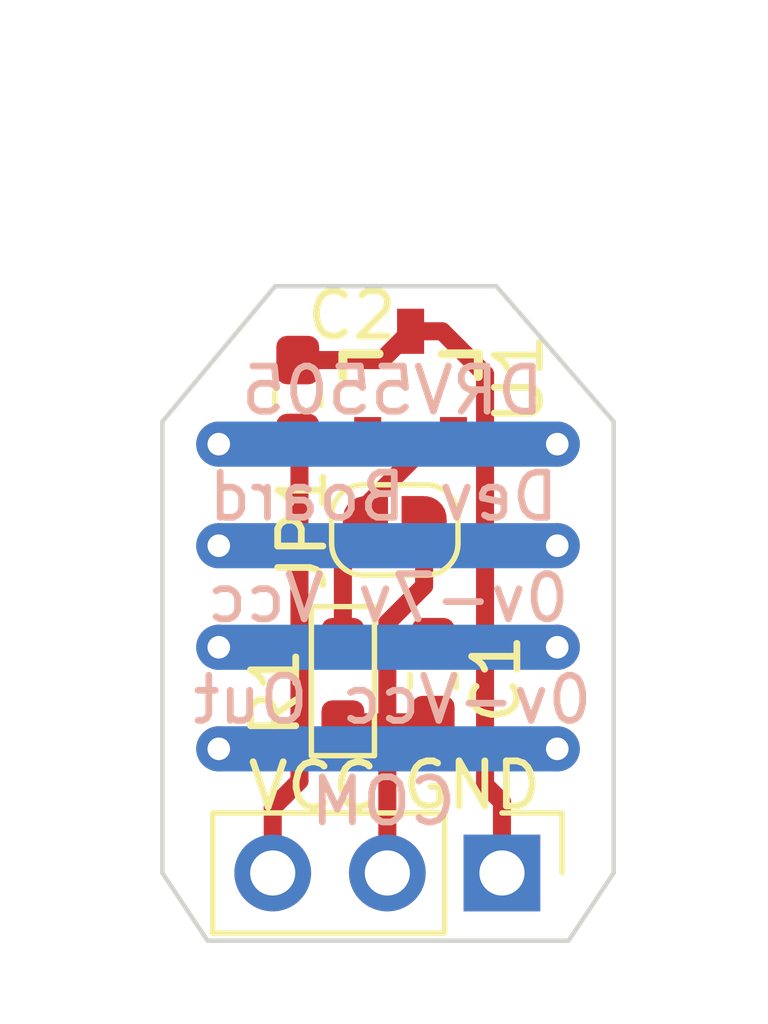
<source format=kicad_pcb>
(kicad_pcb (version 20240108) (generator "pcbnew") (generator_version "8.0")
  (layers (0 "F.Cu" signal) (31 "B.Cu" signal) (34 "B.Paste" user) (35 "F.Paste" user) (36 "B.SilkS" user "B.Silkscreen") (37 "F.SilkS" user "F.Silkscreen") (38 "B.Mask" user) (39 "F.Mask" user) (44 "Edge.Cuts" user))
  (net 0 "")
  (net 1 "GND")
  (net 2 "Sense")
  (net 3 "VCC")
  (net 4 "Net-(JP1-A)")
  (net 5 "Net-(TP1-Pad1)")
  (net 6 "Net-(TP3-Pad1)")
  (net 7 "Net-(TP5-Pad1)")
  (net 8 "Net-(TP7-Pad1)")
  (footprint "PCM_Resistor_SMD_AKL:R_0603_1608Metric_Pad0.98x0.95mm_HandSolder" (layer "F.Cu") (at 137.5 90.25 -90)
    (property "Reference" "R1" (at 0.25 1.5 90) (layer "F.SilkS"))
    (property "Value" "R_0603")
    (fp_line (start -1.651 0.6985) (end 1.651 0.6985) (stroke (width 0.12)) (layer "F.SilkS"))
    (fp_line (start 1.651 0.6985) (end 1.651 -0.6985) (stroke (width 0.12)) (layer "F.SilkS"))
    (fp_line (start -1.651 -0.6985) (end -1.651 0.6985) (stroke (width 0.12)) (layer "F.SilkS"))
    (fp_line (start 1.651 -0.6985) (end -1.651 -0.6985) (stroke (width 0.12)) (layer "F.SilkS"))
    (pad "1" smd roundrect (at -0.9125 0 270) (size 0.975 0.95) (layers "F.Cu" "F.Paste" "F.Mask") (net 4 "Net-(JP1-A)"))
    (pad "2" smd roundrect (at 0.9125 0 270) (size 0.975 0.95) (layers "F.Cu" "F.Paste" "F.Mask") (net 2 "Sense"))
  )
  (footprint "Connector_PinHeader_2.54mm:PinHeader_1x03_P2.54mm_Vertical" (layer "F.Cu") (at 141.025 94.5 -90)
    (property "Reference" "J1" (hide yes))
    (property "Value" "Conn_01x03_Pin")
    (fp_line (start -1.33 6.41) (end 1.33 6.41) (stroke (width 0.12)) (layer "F.SilkS"))
    (fp_line (start -1.33 1.27) (end -1.33 6.41) (stroke (width 0.12)) (layer "F.SilkS"))
    (fp_line (start -1.33 1.27) (end 1.33 1.27) (stroke (width 0.12)) (layer "F.SilkS"))
    (fp_line (start 1.33 1.27) (end 1.33 6.41) (stroke (width 0.12)) (layer "F.SilkS"))
    (fp_line (start -1.33 0) (end -1.33 -1.33) (stroke (width 0.12)) (layer "F.SilkS"))
    (fp_line (start -1.33 -1.33) (end 0 -1.33) (stroke (width 0.12)) (layer "F.SilkS"))
    (pad "1" thru_hole rect (at 0 0 270) (size 1.7 1.7) (drill 1) (layers "*.Cu" "*.Mask") (net 1 "GND"))
    (pad "2" thru_hole oval (at 0 2.54 270) (size 1.7 1.7) (drill 1) (layers "*.Cu" "*.Mask") (net 2 "Sense"))
    (pad "3" thru_hole oval (at 0 5.08 270) (size 1.7 1.7) (drill 1) (layers "*.Cu" "*.Mask") (net 3 "VCC"))
  )
  (footprint "Capacitor_SMD:C_0603_1608Metric_Pad1.08x0.95mm_HandSolder" (layer "F.Cu") (at 136.5 84 90)
    (property "Reference" "C2" (at 1.85 1.2 180) (layer "F.SilkS"))
    (property "Value" "C_0603_0.01uF")
    (fp_line (start -0.146267 -0.51) (end 0.146267 -0.51) (stroke (width 0.12)) (layer "F.SilkS"))
    (fp_line (start -0.146267 0.51) (end 0.146267 0.51) (stroke (width 0.12)) (layer "F.SilkS"))
    (pad "1" smd roundrect (at -0.8625 0 90) (size 1.075 0.95) (layers "F.Cu" "F.Paste" "F.Mask") (net 3 "VCC"))
    (pad "2" smd roundrect (at 0.8625 0 90) (size 1.075 0.95) (layers "F.Cu" "F.Paste" "F.Mask") (net 1 "GND"))
  )
  (footprint "Capacitor_SMD:C_0603_1608Metric_Pad1.08x0.95mm_HandSolder" (layer "F.Cu") (at 139.5 90.25 -90)
    (property "Reference" "C1" (at -0.05 -1.4 90) (layer "F.SilkS"))
    (property "Value" "C_0603")
    (fp_line (start -0.146267 0.51) (end 0.146267 0.51) (stroke (width 0.12)) (layer "F.SilkS"))
    (fp_line (start -0.146267 -0.51) (end 0.146267 -0.51) (stroke (width 0.12)) (layer "F.SilkS"))
    (pad "1" smd roundrect (at -0.8625 0 270) (size 1.075 0.95) (layers "F.Cu" "F.Paste" "F.Mask") (net 1 "GND"))
    (pad "2" smd roundrect (at 0.8625 0 270) (size 1.075 0.95) (layers "F.Cu" "F.Paste" "F.Mask") (net 2 "Sense"))
  )
  (footprint "Jumper:SolderJumper-2_P1.3mm_Open_RoundedPad1.0x1.5mm" (layer "F.Cu") (at 138.65 86.9)
    (property "Reference" "JP1" (at -2.05 0 90) (layer "F.SilkS"))
    (property "Value" "SolderJumper_2_Open")
    (fp_line (start -1.4 0.3) (end -1.4 -0.3) (stroke (width 0.12)) (layer "F.SilkS"))
    (fp_line (start -0.7 -1) (end 0.7 -1) (stroke (width 0.12)) (layer "F.SilkS"))
    (fp_line (start 0.7 1) (end -0.7 1) (stroke (width 0.12)) (layer "F.SilkS"))
    (fp_line (start 1.4 -0.3) (end 1.4 0.3) (stroke (width 0.12)) (layer "F.SilkS"))
    (fp_arc (start -1.4 -0.3) (mid -1.194975 -0.794975) (end -0.7 -1) (stroke (width 0.12)) (layer "F.SilkS"))
    (fp_arc (start -0.7 1) (mid -1.194975 0.794975) (end -1.4 0.3) (stroke (width 0.12)) (layer "F.SilkS"))
    (fp_arc (start 0.7 -1) (mid 1.194975 -0.794975) (end 1.4 -0.3) (stroke (width 0.12)) (layer "F.SilkS"))
    (fp_arc (start 1.4 0.3) (mid 1.194975 0.794975) (end 0.7 1) (stroke (width 0.12)) (layer "F.SilkS"))
    (pad "1" smd custom (at -0.65 0) (size 1 0.5) (layers "F.Cu" "F.Mask") (net 4 "Net-(JP1-A)") (options (clearance outline) (anchor rect)) (primitives (gr_circle (center 0 0.25) (end 0.5 0.25) (width 0) (fill yes)) (gr_circle (center 0 -0.25) (end 0.5 -0.25) (width 0) (fill yes)) (gr_poly (pts (xy 0.5 0.75) (xy 0 0.75) (xy 0 -0.75) (xy 0.5 -0.75)) (width 0) (fill yes))))
    (pad "2" smd custom (at 0.65 0) (size 1 0.5) (layers "F.Cu" "F.Mask") (net 2 "Sense") (options (clearance outline) (anchor rect)) (primitives (gr_circle (center 0 0.25) (end 0.5 0.25) (width 0) (fill yes)) (gr_circle (center 0 -0.25) (end 0.5 -0.25) (width 0) (fill yes)) (gr_poly (pts (xy 0 0.75) (xy -0.5 0.75) (xy -0.5 -0.75) (xy 0 -0.75)) (width 0) (fill yes))))
  )
  (footprint "DRV5055A4:DBZ0003A_N" (layer "F.Cu") (at 139 83.7 90)
    (property "Reference" "U1" (at 0.15 2.4 90) (layer "F.SilkS"))
    (property "Value" "DRV5055A4QDBZR")
    (fp_line (start 0.200002 -1.5) (end 0.700001 -1.5) (stroke (width 0.2)) (layer "F.SilkS"))
    (fp_line (start 0.700001 -0.700001) (end 0.700001 -1.5) (stroke (width 0.2)) (layer "F.SilkS"))
    (fp_line (start 0.700001 1.5) (end 0.700001 0.699999) (stroke (width 0.2)) (layer "F.SilkS"))
    (fp_line (start 0.200002 1.5) (end 0.700001 1.5) (stroke (width 0.2)) (layer "F.SilkS"))
    (pad "1" smd rect (at -1.2 -0.950001 180) (size 0.599999 1) (layers "F.Cu" "F.Paste" "F.Mask") (net 3 "VCC"))
    (pad "2" smd rect (at -1.2 0.949998 180) (size 0.599999 1) (layers "F.Cu" "F.Paste" "F.Mask") (net 4 "Net-(JP1-A)"))
    (pad "3" smd rect (at 1.2 0 180) (size 0.599999 1) (layers "F.Cu" "F.Paste" "F.Mask") (net 1 "GND"))
  )
  (footprint "Library:TestPoint_THTPad_D1.0mm_Drill0.5mm_No_Silkscreen" (layer "B.Cu") (at 142.25 85 90)
    (property "Reference" "TP8" (hide yes))
    (property "Value" "TestPoint")
    (pad "1" thru_hole circle (at 0 0 90) (size 1 1) (drill 0.5) (layers "*.Cu" "*.Mask") (net 8 "Net-(TP7-Pad1)"))
  )
  (footprint "Library:TestPoint_THTPad_D1.0mm_Drill0.5mm_No_Silkscreen" (layer "B.Cu") (at 142.25 89.5 90)
    (property "Reference" "TP4" (hide yes))
    (property "Value" "TestPoint")
    (pad "1" thru_hole circle (at 0 0 90) (size 1 1) (drill 0.5) (layers "*.Cu" "*.Mask") (net 6 "Net-(TP3-Pad1)"))
  )
  (footprint "Library:TestPoint_THTPad_D1.0mm_Drill0.5mm_No_Silkscreen" (layer "B.Cu") (at 142.25 87.25 90)
    (property "Reference" "TP6" (hide yes))
    (property "Value" "TestPoint")
    (pad "1" thru_hole circle (at 0 0 90) (size 1 1) (drill 0.5) (layers "*.Cu" "*.Mask") (net 7 "Net-(TP5-Pad1)"))
  )
  (footprint "Library:TestPoint_THTPad_D1.0mm_Drill0.5mm_No_Silkscreen" (layer "B.Cu") (at 142.25 91.75 90)
    (property "Reference" "TP2" (hide yes))
    (property "Value" "TestPoint")
    (pad "1" thru_hole circle (at 0 0 90) (size 1 1) (drill 0.5) (layers "*.Cu" "*.Mask") (net 5 "Net-(TP1-Pad1)"))
  )
  (footprint "Library:TestPoint_THTPad_D1.0mm_Drill0.5mm_No_Silkscreen" (layer "B.Cu") (at 134.75 85 90)
    (property "Reference" "TP7" (hide yes))
    (property "Value" "TestPoint")
    (pad "1" thru_hole circle (at 0 0 90) (size 1 1) (drill 0.5) (layers "*.Cu" "*.Mask") (net 8 "Net-(TP7-Pad1)"))
  )
  (footprint "Library:TestPoint_THTPad_D1.0mm_Drill0.5mm_No_Silkscreen" (layer "B.Cu") (at 134.75 87.25 90)
    (property "Reference" "TP5" (hide yes))
    (property "Value" "TestPoint")
    (pad "1" thru_hole circle (at 0 0 90) (size 1 1) (drill 0.5) (layers "*.Cu" "*.Mask") (net 7 "Net-(TP5-Pad1)"))
  )
  (footprint "Library:TestPoint_THTPad_D1.0mm_Drill0.5mm_No_Silkscreen" (layer "B.Cu") (at 134.75 91.75 90)
    (property "Reference" "TP1" (hide yes))
    (property "Value" "TestPoint")
    (pad "1" thru_hole circle (at 0 0 90) (size 1 1) (drill 0.5) (layers "*.Cu" "*.Mask") (net 5 "Net-(TP1-Pad1)"))
  )
  (footprint "Library:TestPoint_THTPad_D1.0mm_Drill0.5mm_No_Silkscreen" (layer "B.Cu") (at 134.75 89.5 90)
    (property "Reference" "TP3" (hide yes))
    (property "Value" "TestPoint")
    (pad "1" thru_hole circle (at 0 0 90) (size 1 1) (drill 0.5) (layers "*.Cu" "*.Mask") (net 6 "Net-(TP3-Pad1)"))
  )
  (gr_line (start 142.5 96) (end 143.5 94.5) (stroke (width 0.1)) (layer "Edge.Cuts"))
  (gr_line (start 134.5 96) (end 142.5 96) (stroke (width 0.1)) (layer "Edge.Cuts"))
  (gr_line (start 133.5 94.5) (end 134.5 96) (stroke (width 0.1)) (layer "Edge.Cuts"))
  (gr_line (start 143.5 84.5) (end 140.9 81.5) (stroke (width 0.1)) (layer "Edge.Cuts"))
  (gr_line (start 133.5 84.5) (end 133.5 94.5) (stroke (width 0.1)) (layer "Edge.Cuts"))
  (gr_line (start 143.5 94.5) (end 143.5 84.5) (stroke (width 0.1)) (layer "Edge.Cuts"))
  (gr_line (start 136 81.5) (end 133.5 84.5) (stroke (width 0.1)) (layer "Edge.Cuts"))
  (gr_line (start 140.9 81.5) (end 136 81.5) (stroke (width 0.1)) (layer "Edge.Cuts"))
  (gr_text "DRV5505" (at 138.6 84.4 0) (layer "B.SilkS") (effects (font (size 1 1)) (justify bottom mirror)))
  (gr_text "0v-7v Vcc" (at 138.5 89 0) (layer "B.SilkS") (effects (font (size 1 1)) (justify bottom mirror)))
  (gr_text "0v-Vcc Out" (at 138.6 91.25 0) (layer "B.SilkS") (effects (font (size 1 1)) (justify bottom mirror)))
  (gr_text "COM\n" (at 138.4 93.5 0) (layer "B.SilkS") (effects (font (size 1 1)) (justify bottom mirror)))
  (gr_text "Dev Board" (at 138.4 86.75 0) (layer "B.SilkS") (effects (font (size 1 1)) (justify bottom mirror)))
  (gr_text "GND" (at 138.737341 93.146684 0) (layer "F.SilkS") (effects (font (size 1 1)) (justify left bottom)))
  (gr_text "VCC\n" (at 135.316876 93.167166 0) (layer "F.SilkS") (effects (font (size 1 1)) (justify left bottom)))
  (segment (start 140.637497 89.3875) (end 140.649997 89.4) (width 0.4) (layer "F.Cu") (net 1))
  (segment (start 139.699999 82.5) (end 140.649997 83.449998) (width 0.4) (layer "F.Cu") (net 1))
  (segment (start 141.025 92.925) (end 141.025 94.5) (width 0.4) (layer "F.Cu") (net 1))
  (segment (start 139 82.5) (end 139.699999 82.5) (width 0.4) (layer "F.Cu") (net 1))
  (segment (start 139.5 89.3875) (end 140.637497 89.3875) (width 0.4) (layer "F.Cu") (net 1))
  (segment (start 138.3625 83.1375) (end 139 82.5) (width 0.4) (layer "F.Cu") (net 1))
  (segment (start 140.649997 89.4) (end 140.649997 92.549997) (width 0.4) (layer "F.Cu") (net 1))
  (segment (start 140.649997 92.549997) (end 141.025 92.925) (width 0.4) (layer "F.Cu") (net 1))
  (segment (start 140.649997 83.449998) (end 140.649997 89.4) (width 0.4) (layer "F.Cu") (net 1))
  (segment (start 136.5 83.1375) (end 138.3625 83.1375) (width 0.4) (layer "F.Cu") (net 1))
  (segment (start 138.485 91.1775) (end 138.485 91.7) (width 0.4) (layer "F.Cu") (net 2))
  (segment (start 138.5 91.1625) (end 139.45 91.1625) (width 0.4) (layer "F.Cu") (net 2))
  (segment (start 138.5 91.1625) (end 138.485 91.1775) (width 0.4) (layer "F.Cu") (net 2))
  (segment (start 139.3 88.141858) (end 138.485 88.956858) (width 0.4) (layer "F.Cu") (net 2))
  (segment (start 139.3 86.9) (end 139.3 88.141858) (width 0.4) (layer "F.Cu") (net 2))
  (segment (start 138.485 88.956858) (end 138.485 91.7) (width 0.4) (layer "F.Cu") (net 2))
  (segment (start 139.45 91.1625) (end 139.5 91.1125) (width 0.4) (layer "F.Cu") (net 2))
  (segment (start 138.485 91.7) (end 138.485 94.5) (width 0.4) (layer "F.Cu") (net 2))
  (segment (start 137.5 91.1625) (end 138.5 91.1625) (width 0.4) (layer "F.Cu") (net 2))
  (segment (start 135.945 93.055) (end 135.945 94.5) (width 0.4) (layer "F.Cu") (net 3))
  (segment (start 136.5375 84.9) (end 136.5 84.8625) (width 0.4) (layer "F.Cu") (net 3))
  (segment (start 136.5375 92.4625) (end 135.945 93.055) (width 0.4) (layer "F.Cu") (net 3))
  (segment (start 138.049999 84.9) (end 136.5375 84.9) (width 0.4) (layer "F.Cu") (net 3))
  (segment (start 136.5375 84.9) (end 136.5375 92.4625) (width 0.4) (layer "F.Cu") (net 3))
  (segment (start 137.5 89.3375) (end 137.5 87.4) (width 0.4) (layer "F.Cu") (net 4))
  (segment (start 137.5 87.4) (end 138 86.9) (width 0.4) (layer "F.Cu") (net 4))
  (segment (start 139.949998 84.9) (end 139.477241 84.9) (width 0.4) (layer "F.Cu") (net 4))
  (segment (start 138 86.377241) (end 138 86.9) (width 0.4) (layer "F.Cu") (net 4))
  (segment (start 139.477241 84.9) (end 138 86.377241) (width 0.4) (layer "F.Cu") (net 4))
  (segment (start 142.25 91.75) (end 134.75 91.75) (width 1) (layer "B.Cu") (net 5))
  (segment (start 134.75 89.5) (end 142.25 89.5) (width 1) (layer "B.Cu") (net 6))
  (segment (start 142.25 87.25) (end 134.75 87.25) (width 1) (layer "B.Cu") (net 7))
  (segment (start 134.75 85) (end 142.25 85) (width 1) (layer "B.Cu") (net 8))
)
</source>
